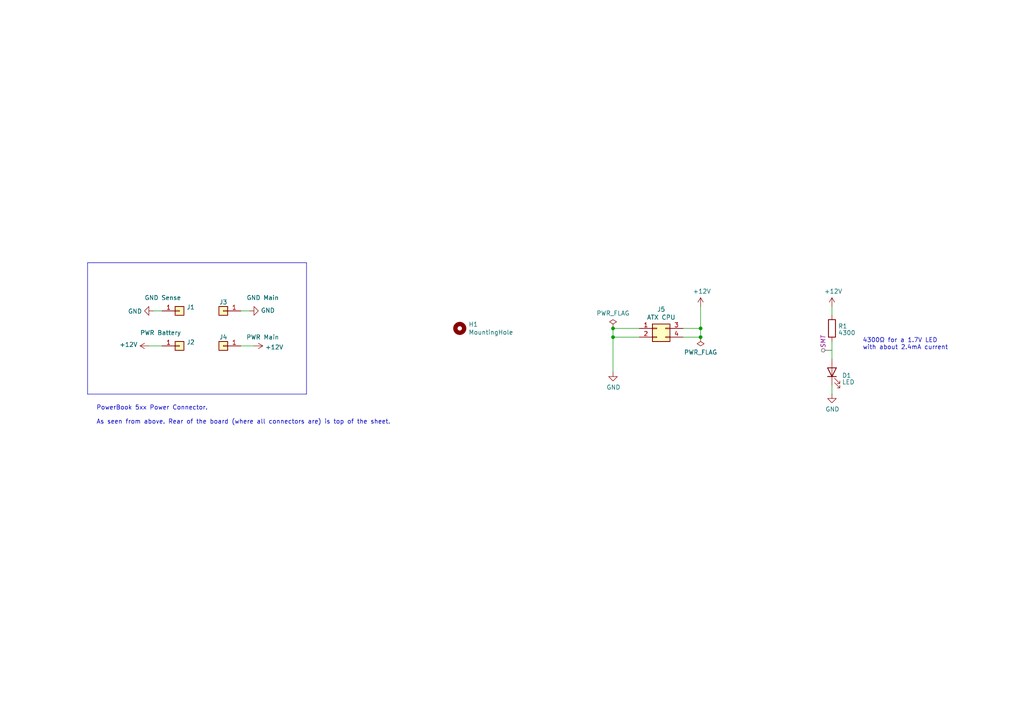
<source format=kicad_sch>
(kicad_sch (version 20230121) (generator eeschema)
  (paper "A4")
  (title_block (title "PB5xx ATXCPU") (date "2023-07-13") (rev "1.2") (company "Lostwave") (comment 1 "https://68kmla.org"))
  (lib_symbols
    (symbol "Connector_Generic:Conn_01x01" (pin_names (offset 1.016) hide)
      (property "Reference" "J" (at 0 2.54 0))
      (property "Value" "Conn_01x01" (at 0 -2.54 0))
      (symbol "Conn_01x01_1_1"
        (rectangle (start -1.27 0.127) (end 0 -0.127) (stroke (width 0.1524)))
        (rectangle (start -1.27 1.27) (end 1.27 -1.27) (stroke (width 0.254)) (fill (type background)))
        (pin passive line (at -5.08 0 0) (length 3.81) (name "Pin_1") (number "1"))
      )
    )
    (symbol "Connector_Generic:Conn_02x02_Top_Bottom" (pin_names (offset 1.016) hide)
      (property "Reference" "J" (at 1.27 2.54 0))
      (property "Value" "Conn_02x02_Top_Bottom" (at 1.27 -5.08 0))
      (symbol "Conn_02x02_Top_Bottom_1_1"
        (rectangle (start -1.27 -2.413) (end 0 -2.667) (stroke (width 0.1524)))
        (rectangle (start -1.27 0.127) (end 0 -0.127) (stroke (width 0.1524)))
        (rectangle (start -1.27 1.27) (end 3.81 -3.81) (stroke (width 0.254)) (fill (type background)))
        (rectangle (start 3.81 -2.413) (end 2.54 -2.667) (stroke (width 0.1524)))
        (rectangle (start 3.81 0.127) (end 2.54 -0.127) (stroke (width 0.1524)))
        (pin passive line (at -5.08 0 0) (length 3.81) (name "Pin_1") (number "1"))
        (pin passive line (at -5.08 -2.54 0) (length 3.81) (name "Pin_2") (number "2"))
        (pin passive line (at 7.62 0 180) (length 3.81) (name "Pin_3") (number "3"))
        (pin passive line (at 7.62 -2.54 180) (length 3.81) (name "Pin_4") (number "4"))
      )
    )
    (symbol "Device:LED" (pin_numbers hide) (pin_names (offset 1.016) hide)
      (property "Reference" "D" (at 0 2.54 0))
      (property "Value" "LED" (at 0 -2.54 0))
      (symbol "LED_0_1"
        (polyline (pts (xy -1.27 -1.27) (xy -1.27 1.27)) (stroke (width 0.254)))
        (polyline (pts (xy -1.27 0) (xy 1.27 0)))
        (polyline (pts (xy 1.27 -1.27) (xy 1.27 1.27) (xy -1.27 0) (xy 1.27 -1.27)) (stroke (width 0.254)))
        (polyline (pts (xy -3.048 -0.762) (xy -4.572 -2.286) (xy -3.81 -2.286) (xy -4.572 -2.286) (xy -4.572 -1.524)))
        (polyline (pts (xy -1.778 -0.762) (xy -3.302 -2.286) (xy -2.54 -2.286) (xy -3.302 -2.286) (xy -3.302 -1.524)))
      )
      (symbol "LED_1_1"
        (pin passive line (at -3.81 0 0) (length 2.54) (name "K") (number "1"))
        (pin passive line (at 3.81 0 180) (length 2.54) (name "A") (number "2"))
      )
    )
    (symbol "Device:R" (pin_numbers hide) (pin_names (offset 0))
      (property "Reference" "R" (at 2.032 0 90))
      (property "Value" "R" (at 0 0 90))
      (symbol "R_0_1"
        (rectangle (start -1.016 -2.54) (end 1.016 2.54) (stroke (width 0.254)))
      )
      (symbol "R_1_1"
        (pin passive line (at 0 3.81 270) (length 1.27) (name "~") (number "1"))
        (pin passive line (at 0 -3.81 90) (length 1.27) (name "~") (number "2"))
      )
    )
    (symbol "Mechanical:MountingHole" (pin_names (offset 1.016))
      (property "Reference" "H" (at 0 5.08 0))
      (property "Value" "MountingHole" (at 0 3.175 0))
      (symbol "MountingHole_0_1"
        (circle (center 0 0) (radius 1.27) (stroke (width 1.27)))
      )
    )
    (symbol "power:+12V" (power) (pin_names (offset 0))
      (property "Value" "+12V" (at 0 3.556 0))
      (symbol "+12V_0_1"
        (polyline (pts (xy -0.762 1.27) (xy 0 2.54)))
        (polyline (pts (xy 0 0) (xy 0 2.54)))
        (polyline (pts (xy 0 2.54) (xy 0.762 1.27)))
      )
      (symbol "+12V_1_1"
        (pin power_in line (at 0 0 90) (length 0) hide (name "+12V") (number "1"))
      )
    )
    (symbol "power:GND" (power) (pin_names (offset 0))
      (property "Value" "GND" (at 0 -3.81 0))
      (symbol "GND_0_1"
        (polyline (pts (xy 0 0) (xy 0 -1.27) (xy 1.27 -1.27) (xy 0 -2.54) (xy -1.27 -1.27) (xy 0 -1.27)))
      )
      (symbol "GND_1_1"
        (pin power_in line (at 0 0 270) (length 0) hide (name "GND") (number "1"))
      )
    )
    (symbol "power:PWR_FLAG" (power) (pin_numbers hide) (pin_names (offset 0) hide)
      (property "Value" "PWR_FLAG" (at 0 3.81 0))
      (symbol "PWR_FLAG_0_0"
        (pin power_out line (at 0 0 90) (length 0) (name "pwr") (number "1"))
      )
      (symbol "PWR_FLAG_0_1"
        (polyline (pts (xy 0 0) (xy 0 1.27) (xy -1.016 1.905) (xy 0 2.54) (xy 1.016 1.905) (xy 0 1.27)))
      )
    )
  )
  (junction (at 203.2 95.25))
  (junction (at 203.2 97.79))
  (junction (at 177.8 95.25))
  (junction (at 177.8 97.79))
  (wire (pts (xy 43.18 100.33) (xy 46.99 100.33)))
  (wire (pts (xy 177.8 95.25) (xy 185.42 95.25)))
  (wire (pts (xy 203.2 95.25) (xy 203.2 97.79)))
  (polyline (pts (xy 25.4 114.3) (xy 25.4 76.2)))
  (wire (pts (xy 177.8 97.79) (xy 177.8 107.95)))
  (wire (pts (xy 241.3 99.06) (xy 241.3 104.14)))
  (polyline (pts (xy 88.9 76.2) (xy 88.9 114.3)))
  (polyline (pts (xy 25.4 114.3) (xy 88.9 114.3)))
  (wire (pts (xy 46.99 90.17) (xy 44.45 90.17)))
  (wire (pts (xy 241.3 88.9) (xy 241.3 91.44)))
  (wire (pts (xy 177.8 95.25) (xy 177.8 97.79)))
  (wire (pts (xy 241.3 111.76) (xy 241.3 114.3)))
  (wire (pts (xy 69.85 90.17) (xy 72.39 90.17)))
  (wire (pts (xy 69.85 100.33) (xy 73.66 100.33)))
  (wire (pts (xy 185.42 97.79) (xy 177.8 97.79)))
  (wire (pts (xy 198.12 95.25) (xy 203.2 95.25)))
  (wire (pts (xy 203.2 88.9) (xy 203.2 95.25)))
  (wire (pts (xy 198.12 97.79) (xy 203.2 97.79)))
  (polyline (pts (xy 25.4 76.2) (xy 88.9 76.2)))
  (text "4300Ω for a 1.7V LED\nwith about 2.4mA current\n" (at 250.19 101.6 0) (effects (font (size 1.27 1.27)) (justify left bottom)))
  (text "PowerBook 5xx Power Connector.\n\nAs seen from above. Rear of the board (where all connectors are) is top of the sheet." (at 27.94 123.19 0) (effects (font (size 1.27 1.27)) (justify left bottom)))
  (netclass_flag "" (length 2.54) (shape round) (at 241.3 101.6 90) (property "Netclass" "SMT" (at 238.76 100.9904 90) (effects (font italic) (justify left))))
  (symbol (lib_id "Connector_Generic:Conn_01x01") (at 52.07 90.17 0) (unit 1)
    (property "Reference" "J1" (at 54.102 89.1032 0) (effects (justify left)))
    (property "Value" "GND Sense" (at 41.91 86.36 0) (effects (justify left)))
    (property "Footprint" "Connector_PinHeader_2.54mm:PinHeader_1x01_P2.54mm_Vertical" (effects hide))
  )
  (symbol (lib_id "Connector_Generic:Conn_01x01") (at 52.07 100.33 0) (unit 1)
    (property "Reference" "J2" (at 54.102 99.2632 0) (effects (justify left)))
    (property "Value" "PWR Battery" (at 40.64 96.52 0) (effects (justify left)))
    (property "Footprint" "Connector_PinHeader_2.54mm:PinHeader_1x01_P2.54mm_Vertical" (effects hide))
  )
  (symbol (lib_id "Connector_Generic:Conn_01x01") (at 64.77 90.17 180) (unit 1)
    (property "Reference" "J3" (at 64.77 87.63 0))
    (property "Value" "GND Main" (at 76.2 86.36 0))
    (property "Footprint" "Connector_PinHeader_2.54mm:PinHeader_1x01_P2.54mm_Vertical" (effects hide))
  )
  (symbol (lib_id "Connector_Generic:Conn_01x01") (at 64.77 100.33 180) (unit 1)
    (property "Reference" "J4" (at 64.77 97.79 0))
    (property "Value" "PWR Main" (at 76.2 97.79 0))
    (property "Footprint" "Connector_PinHeader_2.54mm:PinHeader_1x01_P2.54mm_Vertical" (effects hide))
  )
  (symbol (lib_id "power:GND") (at 72.39 90.17 90) (unit 1)
    (property "Reference" "#PWR0101" (effects hide))
    (property "Value" "GND" (at 75.6412 90.043 90) (effects (justify right)))
  )
  (symbol (lib_id "power:GND") (at 44.45 90.17 270) (unit 1)
    (property "Reference" "#PWR0102" (effects hide))
    (property "Value" "GND" (at 41.1988 90.297 90) (effects (justify right)))
  )
  (symbol (lib_id "power:+12V") (at 73.66 100.33 270) (unit 1)
    (property "Reference" "#PWR0103" (effects hide))
    (property "Value" "+12V" (at 76.9112 100.711 90) (effects (justify left)))
  )
  (symbol (lib_id "power:+12V") (at 43.18 100.33 90) (unit 1)
    (property "Reference" "#PWR0104" (effects hide))
    (property "Value" "+12V" (at 39.9288 99.949 90) (effects (justify left)))
  )
  (symbol (lib_id "power:GND") (at 177.8 107.95 0) (unit 1)
    (property "Reference" "#PWR0105" (effects hide))
    (property "Value" "GND" (at 177.927 112.3442 0))
  )
  (symbol (lib_id "power:+12V") (at 203.2 88.9 0) (unit 1)
    (property "Reference" "#PWR0106" (effects hide))
    (property "Value" "+12V" (at 203.581 84.5058 0))
  )
  (symbol (lib_id "power:PWR_FLAG") (at 177.8 95.25 0) (unit 1)
    (property "Reference" "#FLG0101" (effects hide))
    (property "Value" "PWR_FLAG" (at 177.8 90.8558 0))
  )
  (symbol (lib_id "power:PWR_FLAG") (at 203.2 97.79 180) (unit 1)
    (property "Reference" "#FLG0102" (effects hide))
    (property "Value" "PWR_FLAG" (at 203.2 102.1842 0))
  )
  (symbol (lib_id "Mechanical:MountingHole") (at 133.35 95.25 0) (unit 1)
    (property "Reference" "H1" (at 135.89 94.0816 0) (effects (justify left)))
    (property "Value" "MountingHole" (at 135.89 96.393 0) (effects (justify left)))
    (property "Footprint" "MountingHole:MountingHole_3.2mm_M3" (effects hide))
  )
  (symbol (lib_id "Connector_Generic:Conn_02x02_Top_Bottom") (at 190.5 95.25 0) (unit 1)
    (property "Reference" "J5" (at 191.77 89.7382 0))
    (property "Value" "ATX CPU" (at 191.77 92.0496 0))
    (property "Footprint" "Connector_Molex:Molex_Mini-Fit_Jr_5569-04A2_2x02_P4.20mm_Horizontal" (effects hide))
  )
  (symbol (lib_id "Device:LED") (at 241.3 107.95 90) (unit 1)
    (property "Reference" "D1" (at 244.221 108.8938 90) (effects (justify right)))
    (property "Value" "LED" (at 244.221 110.8148 90) (effects (justify right)))
    (property "Footprint" "LED_SMD:LED_0805_2012Metric" (effects hide))
  )
  (symbol (lib_id "power:+12V") (at 241.3 88.9 0) (unit 1)
    (property "Reference" "#PWR01" (effects hide))
    (property "Value" "+12V" (at 241.681 84.5058 0))
  )
  (symbol (lib_id "Device:R") (at 241.3 95.25 0) (unit 1)
    (property "Reference" "R1" (at 243.078 94.6063 0) (effects (justify left)))
    (property "Value" "4300" (at 243.078 96.5273 0) (effects (justify left)))
    (property "Footprint" "Resistor_SMD:R_0805_2012Metric" (effects hide))
  )
  (symbol (lib_id "power:GND") (at 241.3 114.3 0) (unit 1)
    (property "Reference" "#PWR02" (effects hide))
    (property "Value" "GND" (at 241.427 118.6942 0))
  )
)
</source>
